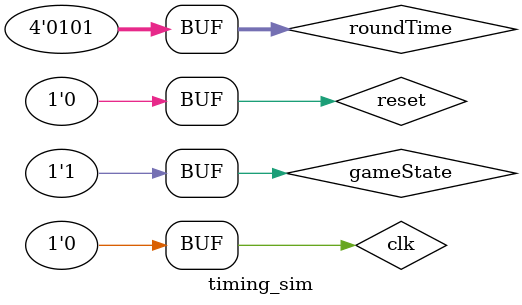
<source format=v>
`timescale 1s / 1ms


module timing_sim;

	// Inputs
	reg clk;
	reg gameState;
	reg [3:0] roundTime;
	reg reset;

	// Outputs
	wire cout;
	wire [3:0] sum;

	// Instantiate the Unit Under Test (UUT)
	timing uut (
		.clk(clk), 
		.gameState(gameState), 
		.roundTime(roundTime), 
		.cout(cout),
		.reset(reset),
		.sum(sum)
	);

	initial begin
		// Initialize Inputs
		clk = 0;
		gameState = 0;
		roundTime = 5;
		reset = 0;

		// Wait 100 ns for global reset to finish
		#100;
      
		// Add stimulus here
			#1 reset = 1;
			#1 reset = 0;
			#1 gameState=1;
			#1 clk = 1;
			#1 clk = 0;
			#1 clk = 1;
			#1 clk = 0;
			#1 clk = 1;
			#1 clk = 0;
			#1 clk = 1;
			#1 clk = 0;
			#1 clk = 1;
			#1 clk = 0;
			#1 clk = 1;
			#1 clk = 0;
			#1 clk = 1;
			#1 clk = 0;
			#1 clk = 1;
			#1 clk = 0;
			#1 clk = 1;
			#1 clk = 0;
			#1 clk = 1;
			#1 clk = 0;
			#1 clk = 1;
			#1 clk = 0;
			#1 clk = 1;
			#1 clk = 0;
			#1 clk = 1;
			#1 clk = 0;
			#1 clk = 1;
			#1 clk = 0;
			#1 clk = 1;
			#1 clk = 0;
			#1 clk = 1;
			#1 clk = 0;
			#1 clk = 1;
			#1 clk = 0;
			#1 clk = 1;
			#1 clk = 0;
			#1 clk = 1;
			#1 clk = 0;
			#1 clk = 1;
			#1 clk = 0;
			#1 clk = 1;
			#1 clk = 0;
			#1 clk = 1;
			#1 clk = 0;
			#1 clk = 1;
			#1 clk = 0;
			#1 clk = 1;
			#1 clk = 0;
			#1 clk = 1;
			#1 clk = 0;
			#1 clk = 1;
			#1 clk = 0;
			#1 clk = 1;
			#1 clk = 0;
			#1 clk = 1;
			#1 clk = 0;
			#1 clk = 1;
			#1 clk = 0;
			#1 clk = 1;
			#1 clk = 0;
		
	end
      
endmodule


</source>
